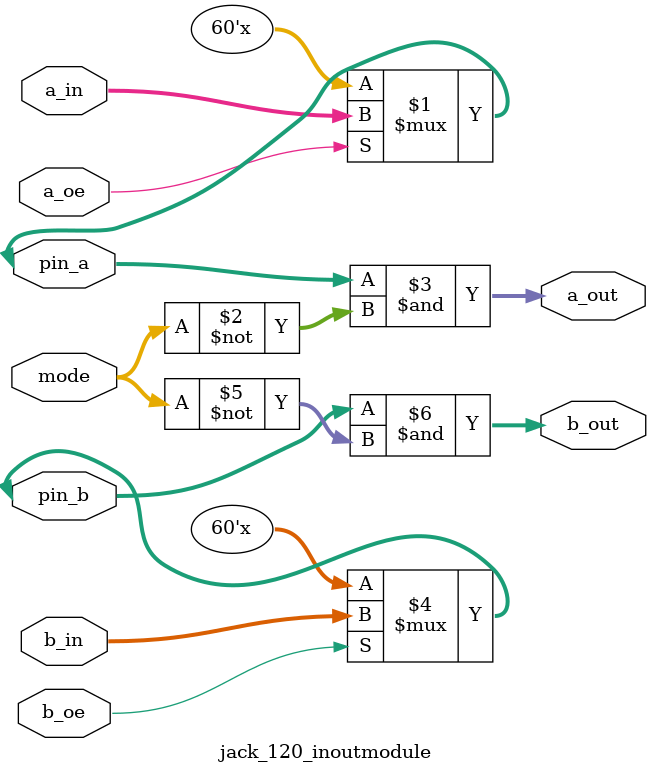
<source format=v>

module  jack_120_inoutmodule
(
input   wire [59: 0]  a_in,
input   wire          a_oe,
input   wire [59: 0]  b_in,
input   wire          b_oe,
output  wire [59: 0]  a_out,
output  wire [59: 0]  b_out,
input   wire [59: 0]  mode,

inout   wire [59 :0 ] pin_a,
inout   wire [59 :0 ] pin_b

);

//assign a_out = b_in & mode;
//assign b_out = a_in & mode;

assign pin_a = a_oe ? a_in : {30'hzzzz_zzzz,30'hzzzz_zzzz};
assign a_out = pin_a & (~mode);

assign pin_b = b_oe ? b_in : {30'hzzzz_zzzz,30'hzzzz_zzzz}; 
assign b_out = pin_b & (~mode);
   
endmodule
</source>
